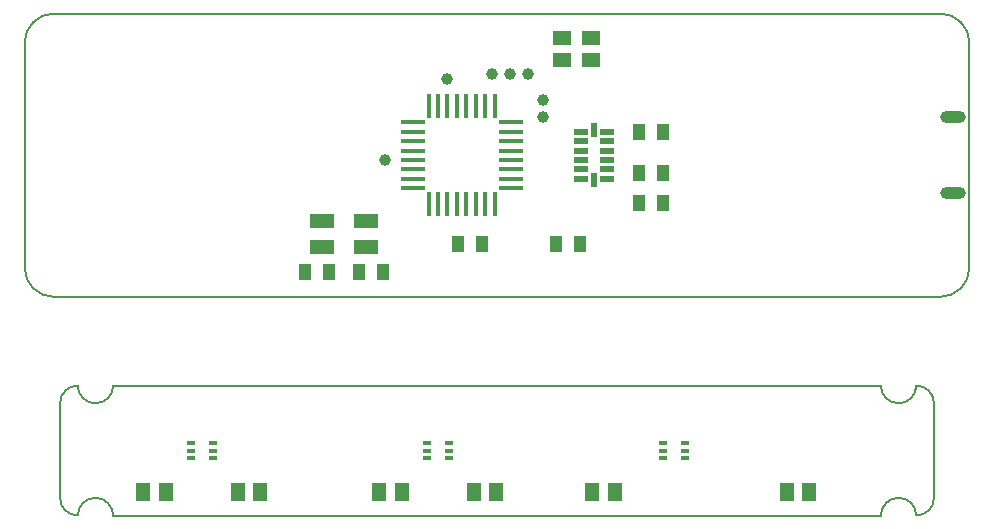
<source format=gbp>
G04 #@! TF.GenerationSoftware,KiCad,Pcbnew,5.0.0-84427f4~65~ubuntu16.04.1*
G04 #@! TF.CreationDate,2018-07-15T21:07:02+05:30*
G04 #@! TF.ProjectId,bebl_v2,6265626C5F76322E6B696361645F7063,rev?*
G04 #@! TF.SameCoordinates,Original*
G04 #@! TF.FileFunction,Paste,Bot*
G04 #@! TF.FilePolarity,Positive*
%FSLAX46Y46*%
G04 Gerber Fmt 4.6, Leading zero omitted, Abs format (unit mm)*
G04 Created by KiCad (PCBNEW 5.0.0-84427f4~65~ubuntu16.04.1) date Sun Jul 15 21:07:02 2018*
%MOMM*%
%LPD*%
G01*
G04 APERTURE LIST*
%ADD10C,0.150000*%
%ADD11R,1.300480X1.498600*%
%ADD12R,1.066800X1.422400*%
%ADD13R,1.498600X1.300480*%
%ADD14R,0.449580X1.998980*%
%ADD15R,1.998980X0.449580*%
%ADD16R,1.145000X0.550000*%
%ADD17R,0.550000X1.145000*%
%ADD18R,2.000000X1.200000*%
%ADD19C,1.000000*%
%ADD20R,0.700000X0.400000*%
%ADD21O,2.150000X1.050000*%
G04 APERTURE END LIST*
D10*
X73500000Y-69500000D02*
X74500000Y-69500000D01*
X73500000Y-62000000D02*
X74500000Y-62000000D01*
X74500000Y-69500000D02*
X106500000Y-69500000D01*
X73500000Y-69500000D02*
X41500000Y-69500000D01*
X111000000Y-79000000D02*
X111000000Y-71000000D01*
X41500000Y-80500000D02*
X106500000Y-80500000D01*
X37000000Y-71000000D02*
X37000000Y-79000000D01*
X109500000Y-80500000D02*
G75*
G03X111000000Y-79000000I0J1500000D01*
G01*
X111000000Y-71000000D02*
G75*
G03X109500000Y-69500000I-1500000J0D01*
G01*
X37000000Y-79000000D02*
G75*
G03X38500000Y-80500000I1500000J0D01*
G01*
X38500000Y-69500000D02*
G75*
G03X37000000Y-71000000I0J-1500000D01*
G01*
X109500000Y-80500000D02*
G75*
G03X108000000Y-79000000I-1500000J0D01*
G01*
X108000000Y-79000000D02*
G75*
G03X106500000Y-80500000I0J-1500000D01*
G01*
X108000000Y-71000000D02*
G75*
G03X109500000Y-69500000I0J1500000D01*
G01*
X106500000Y-69500000D02*
G75*
G03X108000000Y-71000000I1500000J0D01*
G01*
X41500000Y-80500000D02*
G75*
G03X40000000Y-79000000I-1500000J0D01*
G01*
X40000000Y-79000000D02*
G75*
G03X38500000Y-80500000I0J-1500000D01*
G01*
X38500000Y-69500000D02*
G75*
G03X40000000Y-71000000I1500000J0D01*
G01*
X40000000Y-71000000D02*
G75*
G03X41500000Y-69500000I0J1500000D01*
G01*
X111500000Y-38000000D02*
X36500000Y-38000000D01*
X114000000Y-59500000D02*
X114000000Y-40500000D01*
X74500000Y-62000000D02*
X111500000Y-62000000D01*
X36500000Y-62000000D02*
X73500000Y-62000000D01*
X34000000Y-40500000D02*
X34000000Y-59500000D01*
X36500000Y-38000000D02*
G75*
G03X34000000Y-40500000I0J-2500000D01*
G01*
X34000000Y-59500000D02*
G75*
G03X36500000Y-62000000I2500000J0D01*
G01*
X111500000Y-62000000D02*
G75*
G03X114000000Y-59500000I0J2500000D01*
G01*
X114000000Y-40500000D02*
G75*
G03X111500000Y-38000000I-2500000J0D01*
G01*
D11*
G04 #@! TO.C,R8*
X53952500Y-78500000D03*
X52047500Y-78500000D03*
G04 #@! TD*
D12*
G04 #@! TO.C,C1*
X64316000Y-59900000D03*
X62284000Y-59900000D03*
G04 #@! TD*
G04 #@! TO.C,C2*
X57784000Y-59900000D03*
X59816000Y-59900000D03*
G04 #@! TD*
G04 #@! TO.C,C3*
X70684000Y-57500000D03*
X72716000Y-57500000D03*
G04 #@! TD*
G04 #@! TO.C,C4*
X78984000Y-57500000D03*
X81016000Y-57500000D03*
G04 #@! TD*
G04 #@! TO.C,C9*
X85984000Y-51500000D03*
X88016000Y-51500000D03*
G04 #@! TD*
G04 #@! TO.C,C11*
X85984000Y-54000000D03*
X88016000Y-54000000D03*
G04 #@! TD*
G04 #@! TO.C,C10*
X85984000Y-48000000D03*
X88016000Y-48000000D03*
G04 #@! TD*
D13*
G04 #@! TO.C,R2*
X79500000Y-40047500D03*
X79500000Y-41952500D03*
G04 #@! TD*
G04 #@! TO.C,R3*
X82000000Y-40047500D03*
X82000000Y-41952500D03*
G04 #@! TD*
D14*
G04 #@! TO.C,U1*
X68200920Y-54150360D03*
X69001020Y-54150360D03*
X69801120Y-54150360D03*
X70601220Y-54150360D03*
X71398780Y-54150360D03*
X72198880Y-54150360D03*
X72998980Y-54150360D03*
X73799080Y-54150360D03*
X73799080Y-45849640D03*
X68200920Y-45849640D03*
X69001020Y-45849640D03*
X69801120Y-45849640D03*
X70601220Y-45849640D03*
X71398780Y-45849640D03*
X72198880Y-45849640D03*
X72998980Y-45849640D03*
D15*
X75150360Y-52799080D03*
X75150360Y-51998980D03*
X75150360Y-51198880D03*
X75150360Y-50398780D03*
X75150360Y-49601220D03*
X75150360Y-48801120D03*
X75150360Y-48001020D03*
X75150360Y-47200920D03*
X66849640Y-52799080D03*
X66849640Y-51998980D03*
X66849640Y-51198880D03*
X66849640Y-50398780D03*
X66849640Y-49601220D03*
X66849640Y-48801120D03*
X66849640Y-48001020D03*
X66849640Y-47200920D03*
G04 #@! TD*
D16*
G04 #@! TO.C,U4*
X83300000Y-52000000D03*
X83300000Y-51200000D03*
X83300000Y-48000000D03*
X83300000Y-48800000D03*
X83300000Y-49600000D03*
X83300000Y-50400000D03*
X81100000Y-50400000D03*
X81100000Y-49600000D03*
X81100000Y-48800000D03*
X81100000Y-48000000D03*
X81100000Y-51200000D03*
X81100000Y-52000000D03*
D17*
X82200000Y-52100000D03*
X82200000Y-47900000D03*
G04 #@! TD*
D18*
G04 #@! TO.C,X1*
X62900000Y-57800000D03*
X59200000Y-55600000D03*
X62900000Y-55600000D03*
X59200000Y-57800000D03*
G04 #@! TD*
D19*
G04 #@! TO.C,B1*
X75100000Y-43100000D03*
G04 #@! TD*
G04 #@! TO.C,B2*
X76600000Y-43100000D03*
G04 #@! TD*
G04 #@! TO.C,B3*
X77900000Y-45300000D03*
G04 #@! TD*
G04 #@! TO.C,B4*
X77900000Y-46800000D03*
G04 #@! TD*
G04 #@! TO.C,B5*
X69800000Y-43500000D03*
G04 #@! TD*
G04 #@! TO.C,B6*
X73600000Y-43100000D03*
G04 #@! TD*
G04 #@! TO.C,B7*
X64500000Y-50400000D03*
G04 #@! TD*
D11*
G04 #@! TO.C,R7*
X44047500Y-78500000D03*
X45952500Y-78500000D03*
G04 #@! TD*
G04 #@! TO.C,R9*
X64047500Y-78500000D03*
X65952500Y-78500000D03*
G04 #@! TD*
G04 #@! TO.C,R10*
X73952500Y-78500000D03*
X72047500Y-78500000D03*
G04 #@! TD*
G04 #@! TO.C,R11*
X83952500Y-78500000D03*
X82047500Y-78500000D03*
G04 #@! TD*
G04 #@! TO.C,R12*
X98547500Y-78500000D03*
X100452500Y-78500000D03*
G04 #@! TD*
D20*
G04 #@! TO.C,Q1*
X49950000Y-74350000D03*
X49950000Y-75650000D03*
X49950000Y-75000000D03*
X48050000Y-75650000D03*
X48050000Y-75000000D03*
X48050000Y-74350000D03*
G04 #@! TD*
G04 #@! TO.C,Q2*
X69950000Y-74350000D03*
X69950000Y-75650000D03*
X69950000Y-75000000D03*
X68050000Y-75650000D03*
X68050000Y-75000000D03*
X68050000Y-74350000D03*
G04 #@! TD*
G04 #@! TO.C,Q3*
X89950000Y-74350000D03*
X89950000Y-75650000D03*
X89950000Y-75000000D03*
X88050000Y-75650000D03*
X88050000Y-75000000D03*
X88050000Y-74350000D03*
G04 #@! TD*
D21*
G04 #@! TO.C,P7*
X112575000Y-53225000D03*
X112575000Y-46775000D03*
G04 #@! TD*
M02*

</source>
